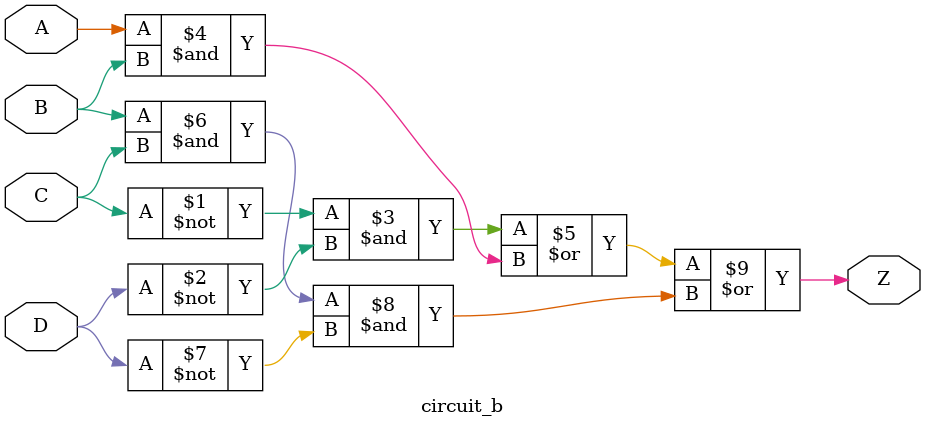
<source format=v>
module circuit_b(
    input A,
    input B,
    input C,
    input D,
    output Z
);

    assign Z = (~C&~D) | (A & B) | (B & C & ~D);

endmodule

</source>
